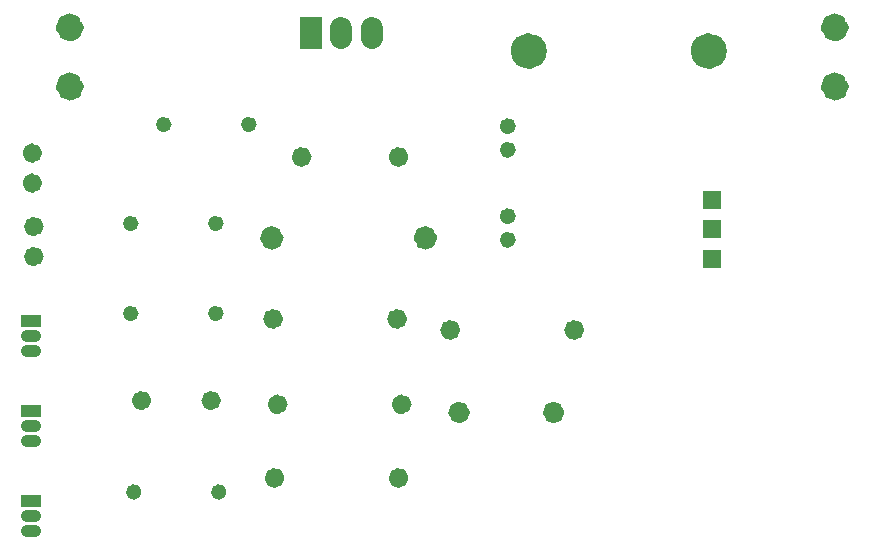
<source format=gbs>
%TF.GenerationSoftware,KiCad,Pcbnew,(6.0.7)*%
%TF.CreationDate,2023-02-05T18:06:45+01:00*%
%TF.ProjectId,projekt_fizike_panel_diellor,70726f6a-656b-4745-9f66-697a696b655f,rev?*%
%TF.SameCoordinates,Original*%
%TF.FileFunction,Soldermask,Bot*%
%TF.FilePolarity,Negative*%
%FSLAX46Y46*%
G04 Gerber Fmt 4.6, Leading zero omitted, Abs format (unit mm)*
G04 Created by KiCad (PCBNEW (6.0.7)) date 2023-02-05 18:06:45*
%MOMM*%
%LPD*%
G01*
G04 APERTURE LIST*
%ADD10C,0.850800*%
%ADD11C,0.812800*%
%ADD12C,1.001600*%
%ADD13C,0.990600*%
%ADD14C,0.650800*%
%ADD15C,1.200800*%
%ADD16C,1.901600*%
%ADD17C,0.000000*%
%ADD18C,0.700800*%
%ADD19C,1.550800*%
%ADD20C,0.900800*%
G04 APERTURE END LIST*
D10*
X108137410Y-94260420D02*
G75*
G03*
X108137410Y-94260420I-425400J0D01*
G01*
D11*
X96973650Y-101168200D02*
G75*
G03*
X96973650Y-101168200I-406400J0D01*
G01*
D12*
X87548220Y-96977200D02*
X86848220Y-96977200D01*
D13*
X121100600Y-87402420D02*
G75*
G03*
X121100600Y-87402420I-495300J0D01*
G01*
D14*
X95988660Y-86182200D02*
G75*
G03*
X95988660Y-86182200I-325400J0D01*
G01*
D10*
X118764510Y-107722420D02*
G75*
G03*
X118764510Y-107722420I-425400J0D01*
G01*
D14*
X103188550Y-86182200D02*
G75*
G03*
X103188550Y-86182200I-325400J0D01*
G01*
D15*
X155870610Y-74585330D02*
G75*
G03*
X155870610Y-74585330I-600400J0D01*
G01*
D16*
X113467140Y-69648130D02*
X113467140Y-70448120D01*
D14*
X96242660Y-108915200D02*
G75*
G03*
X96242660Y-108915200I-325400J0D01*
G01*
D10*
X119018510Y-101499420D02*
G75*
G03*
X119018510Y-101499420I-425400J0D01*
G01*
X118757650Y-80544420D02*
G75*
G03*
X118757650Y-80544420I-425400J0D01*
G01*
D15*
X155870610Y-69585340D02*
G75*
G03*
X155870610Y-69585340I-600400J0D01*
G01*
D12*
X87548220Y-110947200D02*
X86848220Y-110947200D01*
X87548220Y-112217200D02*
X86848220Y-112217200D01*
D11*
X87731610Y-80213200D02*
G75*
G03*
X87731610Y-80213200I-406400J0D01*
G01*
D17*
G36*
X88049100Y-110177580D02*
G01*
X86347310Y-110177580D01*
X86347310Y-109176830D01*
X88049100Y-109176830D01*
X88049100Y-110177580D01*
G37*
D18*
X127934610Y-79943200D02*
G75*
G03*
X127934610Y-79943200I-350400J0D01*
G01*
D17*
G36*
X145618210Y-87452200D02*
G01*
X144094210Y-87452200D01*
X144094210Y-85928200D01*
X145618210Y-85928200D01*
X145618210Y-87452200D01*
G37*
D19*
X145377610Y-71577200D02*
G75*
G03*
X145377610Y-71577200I-775400J0D01*
G01*
D20*
X131907600Y-102184200D02*
G75*
G03*
X131907600Y-102184200I-450400J0D01*
G01*
D10*
X123140680Y-95199200D02*
G75*
G03*
X123140680Y-95199200I-425400J0D01*
G01*
D12*
X87548220Y-104597200D02*
X86848220Y-104597200D01*
D17*
G36*
X145618210Y-89941410D02*
G01*
X144094210Y-89941410D01*
X144094210Y-88417410D01*
X145618210Y-88417410D01*
X145618210Y-89941410D01*
G37*
D10*
X108518410Y-101499420D02*
G75*
G03*
X108518410Y-101499420I-425400J0D01*
G01*
D12*
X87548220Y-95707200D02*
X86848220Y-95707200D01*
D15*
X91100610Y-69585340D02*
G75*
G03*
X91100610Y-69585340I-600400J0D01*
G01*
D14*
X103442550Y-108915200D02*
G75*
G03*
X103442550Y-108915200I-325400J0D01*
G01*
D10*
X133640790Y-95199200D02*
G75*
G03*
X133640790Y-95199200I-425400J0D01*
G01*
D18*
X127934610Y-77943210D02*
G75*
G03*
X127934610Y-77943210I-350400J0D01*
G01*
D16*
X116047270Y-69658030D02*
X116047270Y-70458030D01*
D17*
G36*
X88049100Y-102557580D02*
G01*
X86347310Y-102557580D01*
X86347310Y-101556830D01*
X88049100Y-101556830D01*
X88049100Y-102557580D01*
G37*
D14*
X95988660Y-93802200D02*
G75*
G03*
X95988660Y-93802200I-325400J0D01*
G01*
X103188550Y-93802200D02*
G75*
G03*
X103188550Y-93802200I-325400J0D01*
G01*
D20*
X123907610Y-102184200D02*
G75*
G03*
X123907610Y-102184200I-450400J0D01*
G01*
D10*
X110557520Y-80544420D02*
G75*
G03*
X110557520Y-80544420I-425400J0D01*
G01*
X118637510Y-94260420D02*
G75*
G03*
X118637510Y-94260420I-425400J0D01*
G01*
D11*
X87858610Y-86436200D02*
G75*
G03*
X87858610Y-86436200I-406400J0D01*
G01*
D12*
X87548220Y-103327200D02*
X86848220Y-103327200D01*
D13*
X108100370Y-87402420D02*
G75*
G03*
X108100370Y-87402420I-495300J0D01*
G01*
D11*
X102873560Y-101168200D02*
G75*
G03*
X102873560Y-101168200I-406400J0D01*
G01*
D17*
G36*
X145618210Y-84963000D02*
G01*
X144094210Y-84963000D01*
X144094210Y-83439000D01*
X145618210Y-83439000D01*
X145618210Y-84963000D01*
G37*
D14*
X98782660Y-77800200D02*
G75*
G03*
X98782660Y-77800200I-325400J0D01*
G01*
D19*
X130137610Y-71577200D02*
G75*
G03*
X130137610Y-71577200I-775400J0D01*
G01*
D15*
X91100610Y-74585330D02*
G75*
G03*
X91100610Y-74585330I-600400J0D01*
G01*
D10*
X108264410Y-107722420D02*
G75*
G03*
X108264410Y-107722420I-425400J0D01*
G01*
D18*
X127934610Y-87563200D02*
G75*
G03*
X127934610Y-87563200I-350400J0D01*
G01*
D11*
X87731610Y-82753200D02*
G75*
G03*
X87731610Y-82753200I-406400J0D01*
G01*
D14*
X105982550Y-77800200D02*
G75*
G03*
X105982550Y-77800200I-325400J0D01*
G01*
D17*
G36*
X88049100Y-94937580D02*
G01*
X86347310Y-94937580D01*
X86347310Y-93936830D01*
X88049100Y-93936830D01*
X88049100Y-94937580D01*
G37*
D18*
X127934610Y-85563210D02*
G75*
G03*
X127934610Y-85563210I-350400J0D01*
G01*
D17*
G36*
X111876840Y-71399410D02*
G01*
X109976930Y-71399410D01*
X109976930Y-68696840D01*
X111876840Y-68696840D01*
X111876840Y-71399410D01*
G37*
D11*
X87858610Y-88976200D02*
G75*
G03*
X87858610Y-88976200I-406400J0D01*
G01*
M02*

</source>
